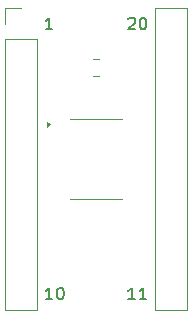
<source format=gto>
%TF.GenerationSoftware,KiCad,Pcbnew,8.0.4*%
%TF.CreationDate,2025-01-06T14:24:37+00:00*%
%TF.ProjectId,tssop_20_breakout,7473736f-705f-4323-905f-627265616b6f,rev?*%
%TF.SameCoordinates,Original*%
%TF.FileFunction,Legend,Top*%
%TF.FilePolarity,Positive*%
%FSLAX46Y46*%
G04 Gerber Fmt 4.6, Leading zero omitted, Abs format (unit mm)*
G04 Created by KiCad (PCBNEW 8.0.4) date 2025-01-06 14:24:37*
%MOMM*%
%LPD*%
G01*
G04 APERTURE LIST*
%ADD10C,0.150000*%
%ADD11C,0.120000*%
G04 APERTURE END LIST*
D10*
X61237030Y-51620057D02*
X61284649Y-51572438D01*
X61284649Y-51572438D02*
X61379887Y-51524819D01*
X61379887Y-51524819D02*
X61617982Y-51524819D01*
X61617982Y-51524819D02*
X61713220Y-51572438D01*
X61713220Y-51572438D02*
X61760839Y-51620057D01*
X61760839Y-51620057D02*
X61808458Y-51715295D01*
X61808458Y-51715295D02*
X61808458Y-51810533D01*
X61808458Y-51810533D02*
X61760839Y-51953390D01*
X61760839Y-51953390D02*
X61189411Y-52524819D01*
X61189411Y-52524819D02*
X61808458Y-52524819D01*
X62427506Y-51524819D02*
X62522744Y-51524819D01*
X62522744Y-51524819D02*
X62617982Y-51572438D01*
X62617982Y-51572438D02*
X62665601Y-51620057D01*
X62665601Y-51620057D02*
X62713220Y-51715295D01*
X62713220Y-51715295D02*
X62760839Y-51905771D01*
X62760839Y-51905771D02*
X62760839Y-52143866D01*
X62760839Y-52143866D02*
X62713220Y-52334342D01*
X62713220Y-52334342D02*
X62665601Y-52429580D01*
X62665601Y-52429580D02*
X62617982Y-52477200D01*
X62617982Y-52477200D02*
X62522744Y-52524819D01*
X62522744Y-52524819D02*
X62427506Y-52524819D01*
X62427506Y-52524819D02*
X62332268Y-52477200D01*
X62332268Y-52477200D02*
X62284649Y-52429580D01*
X62284649Y-52429580D02*
X62237030Y-52334342D01*
X62237030Y-52334342D02*
X62189411Y-52143866D01*
X62189411Y-52143866D02*
X62189411Y-51905771D01*
X62189411Y-51905771D02*
X62237030Y-51715295D01*
X62237030Y-51715295D02*
X62284649Y-51620057D01*
X62284649Y-51620057D02*
X62332268Y-51572438D01*
X62332268Y-51572438D02*
X62427506Y-51524819D01*
X61808458Y-75384819D02*
X61237030Y-75384819D01*
X61522744Y-75384819D02*
X61522744Y-74384819D01*
X61522744Y-74384819D02*
X61427506Y-74527676D01*
X61427506Y-74527676D02*
X61332268Y-74622914D01*
X61332268Y-74622914D02*
X61237030Y-74670533D01*
X62760839Y-75384819D02*
X62189411Y-75384819D01*
X62475125Y-75384819D02*
X62475125Y-74384819D01*
X62475125Y-74384819D02*
X62379887Y-74527676D01*
X62379887Y-74527676D02*
X62284649Y-74622914D01*
X62284649Y-74622914D02*
X62189411Y-74670533D01*
X54810588Y-52524819D02*
X54239160Y-52524819D01*
X54524874Y-52524819D02*
X54524874Y-51524819D01*
X54524874Y-51524819D02*
X54429636Y-51667676D01*
X54429636Y-51667676D02*
X54334398Y-51762914D01*
X54334398Y-51762914D02*
X54239160Y-51810533D01*
X54810588Y-75384819D02*
X54239160Y-75384819D01*
X54524874Y-75384819D02*
X54524874Y-74384819D01*
X54524874Y-74384819D02*
X54429636Y-74527676D01*
X54429636Y-74527676D02*
X54334398Y-74622914D01*
X54334398Y-74622914D02*
X54239160Y-74670533D01*
X55429636Y-74384819D02*
X55524874Y-74384819D01*
X55524874Y-74384819D02*
X55620112Y-74432438D01*
X55620112Y-74432438D02*
X55667731Y-74480057D01*
X55667731Y-74480057D02*
X55715350Y-74575295D01*
X55715350Y-74575295D02*
X55762969Y-74765771D01*
X55762969Y-74765771D02*
X55762969Y-75003866D01*
X55762969Y-75003866D02*
X55715350Y-75194342D01*
X55715350Y-75194342D02*
X55667731Y-75289580D01*
X55667731Y-75289580D02*
X55620112Y-75337200D01*
X55620112Y-75337200D02*
X55524874Y-75384819D01*
X55524874Y-75384819D02*
X55429636Y-75384819D01*
X55429636Y-75384819D02*
X55334398Y-75337200D01*
X55334398Y-75337200D02*
X55286779Y-75289580D01*
X55286779Y-75289580D02*
X55239160Y-75194342D01*
X55239160Y-75194342D02*
X55191541Y-75003866D01*
X55191541Y-75003866D02*
X55191541Y-74765771D01*
X55191541Y-74765771D02*
X55239160Y-74575295D01*
X55239160Y-74575295D02*
X55286779Y-74480057D01*
X55286779Y-74480057D02*
X55334398Y-74432438D01*
X55334398Y-74432438D02*
X55429636Y-74384819D01*
D11*
%TO.C,J3*%
X50820000Y-50740000D02*
X52150000Y-50740000D01*
X50820000Y-52070000D02*
X50820000Y-50740000D01*
X50820000Y-53340000D02*
X50820000Y-76260000D01*
X50820000Y-53340000D02*
X53480000Y-53340000D01*
X50820000Y-76260000D02*
X53480000Y-76260000D01*
X53480000Y-53340000D02*
X53480000Y-76260000D01*
%TO.C,U2*%
X58500000Y-60115000D02*
X56300000Y-60115000D01*
X58500000Y-60115000D02*
X60700000Y-60115000D01*
X58500000Y-66885000D02*
X56300000Y-66885000D01*
X58500000Y-66885000D02*
X60700000Y-66885000D01*
X54640000Y-60575000D02*
X54310000Y-60815000D01*
X54310000Y-60335000D01*
X54640000Y-60575000D01*
G36*
X54640000Y-60575000D02*
G01*
X54310000Y-60815000D01*
X54310000Y-60335000D01*
X54640000Y-60575000D01*
G37*
%TO.C,J4*%
X63520000Y-76260000D02*
X63520000Y-50740000D01*
X66180000Y-50740000D02*
X63520000Y-50740000D01*
X66180000Y-76260000D02*
X63520000Y-76260000D01*
X66180000Y-76260000D02*
X66180000Y-50740000D01*
%TO.C,C2*%
X58238748Y-54995000D02*
X58761252Y-54995000D01*
X58238748Y-56465000D02*
X58761252Y-56465000D01*
%TD*%
M02*

</source>
